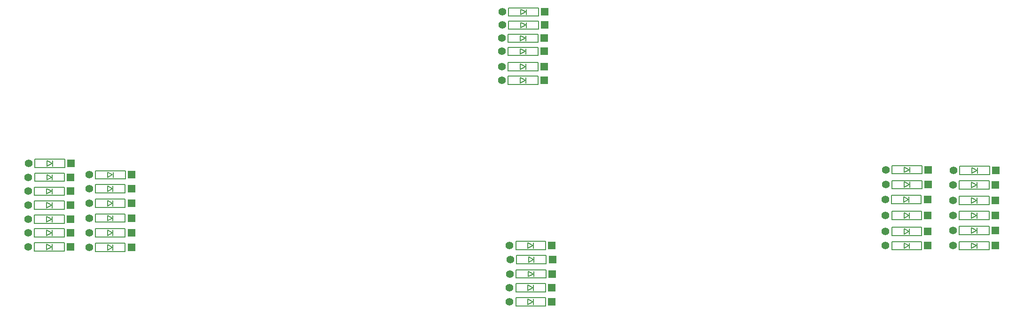
<source format=gbr>
G04 #@! TF.GenerationSoftware,KiCad,Pcbnew,7.0.1-0*
G04 #@! TF.CreationDate,2023-08-24T16:50:40+09:00*
G04 #@! TF.ProjectId,PCB_QAL,5043425f-5141-44c2-9e6b-696361645f70,rev?*
G04 #@! TF.SameCoordinates,Original*
G04 #@! TF.FileFunction,Legend,Top*
G04 #@! TF.FilePolarity,Positive*
%FSLAX46Y46*%
G04 Gerber Fmt 4.6, Leading zero omitted, Abs format (unit mm)*
G04 Created by KiCad (PCBNEW 7.0.1-0) date 2023-08-24 16:50:40*
%MOMM*%
%LPD*%
G01*
G04 APERTURE LIST*
%ADD10C,0.150000*%
%ADD11R,1.397000X1.397000*%
%ADD12C,1.397000*%
G04 APERTURE END LIST*
D10*
X-74183475Y55826266D02*
X-74183475Y57326266D01*
X-74183475Y57326266D02*
X-79583475Y57326266D01*
X-76383475Y56076266D02*
X-76383475Y57076266D01*
X-76483475Y56576266D02*
X-77383475Y56076266D01*
X-77383475Y56076266D02*
X-77383475Y57076266D01*
X-77383475Y57076266D02*
X-76483475Y56576266D01*
X-79583475Y55826266D02*
X-74183475Y55826266D01*
X-79583475Y57326266D02*
X-79583475Y55826266D01*
X-141953475Y44876266D02*
X-141953475Y46376266D01*
X-141953475Y46376266D02*
X-147353475Y46376266D01*
X-144153475Y45126266D02*
X-144153475Y46126266D01*
X-144253475Y45626266D02*
X-145153475Y45126266D01*
X-145153475Y45126266D02*
X-145153475Y46126266D01*
X-145153475Y46126266D02*
X-144253475Y45626266D01*
X-147353475Y44876266D02*
X-141953475Y44876266D01*
X-147353475Y46376266D02*
X-147353475Y44876266D01*
X-141953475Y37218766D02*
X-141953475Y38718766D01*
X-141953475Y38718766D02*
X-147353475Y38718766D01*
X-144153475Y37468766D02*
X-144153475Y38468766D01*
X-144253475Y37968766D02*
X-145153475Y37468766D01*
X-145153475Y37468766D02*
X-145153475Y38468766D01*
X-145153475Y38468766D02*
X-144253475Y37968766D01*
X-147353475Y37218766D02*
X-141953475Y37218766D01*
X-147353475Y38718766D02*
X-147353475Y37218766D01*
X-143348475Y74650266D02*
X-143348475Y76150266D01*
X-143348475Y76150266D02*
X-148748475Y76150266D01*
X-145548475Y74900266D02*
X-145548475Y75900266D01*
X-145648475Y75400266D02*
X-146548475Y74900266D01*
X-146548475Y74900266D02*
X-146548475Y75900266D01*
X-146548475Y75900266D02*
X-145648475Y75400266D01*
X-148748475Y74650266D02*
X-143348475Y74650266D01*
X-148748475Y76150266D02*
X-148748475Y74650266D01*
X-228673475Y44616266D02*
X-228673475Y46116266D01*
X-228673475Y46116266D02*
X-234073475Y46116266D01*
X-230873475Y44866266D02*
X-230873475Y45866266D01*
X-230973475Y45366266D02*
X-231873475Y44866266D01*
X-231873475Y44866266D02*
X-231873475Y45866266D01*
X-231873475Y45866266D02*
X-230973475Y45366266D01*
X-234073475Y44616266D02*
X-228673475Y44616266D01*
X-234073475Y46116266D02*
X-234073475Y44616266D01*
X-228673475Y49624266D02*
X-228673475Y51124266D01*
X-228673475Y51124266D02*
X-234073475Y51124266D01*
X-230873475Y49874266D02*
X-230873475Y50874266D01*
X-230973475Y50374266D02*
X-231873475Y49874266D01*
X-231873475Y49874266D02*
X-231873475Y50874266D01*
X-231873475Y50874266D02*
X-230973475Y50374266D01*
X-234073475Y49624266D02*
X-228673475Y49624266D01*
X-234073475Y51124266D02*
X-234073475Y49624266D01*
X-141853475Y42336266D02*
X-141853475Y43836266D01*
X-141853475Y43836266D02*
X-147253475Y43836266D01*
X-144053475Y42586266D02*
X-144053475Y43586266D01*
X-144153475Y43086266D02*
X-145053475Y42586266D01*
X-145053475Y42586266D02*
X-145053475Y43586266D01*
X-145053475Y43586266D02*
X-144153475Y43086266D01*
X-147253475Y42336266D02*
X-141853475Y42336266D01*
X-147253475Y43836266D02*
X-147253475Y42336266D01*
X-62068475Y55756266D02*
X-62068475Y57256266D01*
X-62068475Y57256266D02*
X-67468475Y57256266D01*
X-64268475Y56006266D02*
X-64268475Y57006266D01*
X-64368475Y56506266D02*
X-65268475Y56006266D01*
X-65268475Y56006266D02*
X-65268475Y57006266D01*
X-65268475Y57006266D02*
X-64368475Y56506266D01*
X-67468475Y55756266D02*
X-62068475Y55756266D01*
X-67468475Y57256266D02*
X-67468475Y55756266D01*
X-62063475Y53006266D02*
X-62063475Y54506266D01*
X-62063475Y54506266D02*
X-67463475Y54506266D01*
X-64263475Y53256266D02*
X-64263475Y54256266D01*
X-64363475Y53756266D02*
X-65263475Y53256266D01*
X-65263475Y53256266D02*
X-65263475Y54256266D01*
X-65263475Y54256266D02*
X-64363475Y53756266D01*
X-67463475Y53006266D02*
X-62063475Y53006266D01*
X-67463475Y54506266D02*
X-67463475Y53006266D01*
X-217713475Y44516266D02*
X-217713475Y46016266D01*
X-217713475Y46016266D02*
X-223113475Y46016266D01*
X-219913475Y44766266D02*
X-219913475Y45766266D01*
X-220013475Y45266266D02*
X-220913475Y44766266D01*
X-220913475Y44766266D02*
X-220913475Y45766266D01*
X-220913475Y45766266D02*
X-220013475Y45266266D01*
X-223113475Y44516266D02*
X-217713475Y44516266D01*
X-223113475Y46016266D02*
X-223113475Y44516266D01*
X-143323475Y79866266D02*
X-143323475Y81366266D01*
X-143323475Y81366266D02*
X-148723475Y81366266D01*
X-145523475Y80116266D02*
X-145523475Y81116266D01*
X-145623475Y80616266D02*
X-146523475Y80116266D01*
X-146523475Y80116266D02*
X-146523475Y81116266D01*
X-146523475Y81116266D02*
X-145623475Y80616266D01*
X-148723475Y79866266D02*
X-143323475Y79866266D01*
X-148723475Y81366266D02*
X-148723475Y79866266D01*
X-74213475Y47396266D02*
X-74213475Y48896266D01*
X-74213475Y48896266D02*
X-79613475Y48896266D01*
X-76413475Y47646266D02*
X-76413475Y48646266D01*
X-76513475Y48146266D02*
X-77413475Y47646266D01*
X-77413475Y47646266D02*
X-77413475Y48646266D01*
X-77413475Y48646266D02*
X-76513475Y48146266D01*
X-79613475Y47396266D02*
X-74213475Y47396266D01*
X-79613475Y48896266D02*
X-79613475Y47396266D01*
X-217708475Y57596266D02*
X-217708475Y59096266D01*
X-217708475Y59096266D02*
X-223108475Y59096266D01*
X-219908475Y57846266D02*
X-219908475Y58846266D01*
X-220008475Y58346266D02*
X-220908475Y57846266D01*
X-220908475Y57846266D02*
X-220908475Y58846266D01*
X-220908475Y58846266D02*
X-220008475Y58346266D01*
X-223108475Y57596266D02*
X-217708475Y57596266D01*
X-223108475Y59096266D02*
X-223108475Y57596266D01*
X-62063475Y44816266D02*
X-62063475Y46316266D01*
X-62063475Y46316266D02*
X-67463475Y46316266D01*
X-64263475Y45066266D02*
X-64263475Y46066266D01*
X-64363475Y45566266D02*
X-65263475Y45066266D01*
X-65263475Y45066266D02*
X-65263475Y46066266D01*
X-65263475Y46066266D02*
X-64363475Y45566266D01*
X-67463475Y44816266D02*
X-62063475Y44816266D01*
X-67463475Y46316266D02*
X-67463475Y44816266D01*
X-74213475Y44816266D02*
X-74213475Y46316266D01*
X-74213475Y46316266D02*
X-79613475Y46316266D01*
X-76413475Y45066266D02*
X-76413475Y46066266D01*
X-76513475Y45566266D02*
X-77413475Y45066266D01*
X-77413475Y45066266D02*
X-77413475Y46066266D01*
X-77413475Y46066266D02*
X-76513475Y45566266D01*
X-79613475Y44816266D02*
X-74213475Y44816266D01*
X-79613475Y46316266D02*
X-79613475Y44816266D01*
X-228643475Y57166266D02*
X-228643475Y58666266D01*
X-228643475Y58666266D02*
X-234043475Y58666266D01*
X-230843475Y57416266D02*
X-230843475Y58416266D01*
X-230943475Y57916266D02*
X-231843475Y57416266D01*
X-231843475Y57416266D02*
X-231843475Y58416266D01*
X-231843475Y58416266D02*
X-230943475Y57916266D01*
X-234043475Y57166266D02*
X-228643475Y57166266D01*
X-234043475Y58666266D02*
X-234043475Y57166266D01*
X-141893475Y39726266D02*
X-141893475Y41226266D01*
X-141893475Y41226266D02*
X-147293475Y41226266D01*
X-144093475Y39976266D02*
X-144093475Y40976266D01*
X-144193475Y40476266D02*
X-145093475Y39976266D01*
X-145093475Y39976266D02*
X-145093475Y40976266D01*
X-145093475Y40976266D02*
X-144193475Y40476266D01*
X-147293475Y39726266D02*
X-141893475Y39726266D01*
X-147293475Y41226266D02*
X-147293475Y39726266D01*
X-217713475Y55092266D02*
X-217713475Y56592266D01*
X-217713475Y56592266D02*
X-223113475Y56592266D01*
X-219913475Y55342266D02*
X-219913475Y56342266D01*
X-220013475Y55842266D02*
X-220913475Y55342266D01*
X-220913475Y55342266D02*
X-220913475Y56342266D01*
X-220913475Y56342266D02*
X-220013475Y55842266D01*
X-223113475Y55092266D02*
X-217713475Y55092266D01*
X-223113475Y56592266D02*
X-223113475Y55092266D01*
X-217713475Y47160266D02*
X-217713475Y48660266D01*
X-217713475Y48660266D02*
X-223113475Y48660266D01*
X-219913475Y47410266D02*
X-219913475Y48410266D01*
X-220013475Y47910266D02*
X-220913475Y47410266D01*
X-220913475Y47410266D02*
X-220913475Y48410266D01*
X-220913475Y48410266D02*
X-220013475Y47910266D01*
X-223113475Y47160266D02*
X-217713475Y47160266D01*
X-223113475Y48660266D02*
X-223113475Y47160266D01*
X-143263475Y86980266D02*
X-143263475Y88480266D01*
X-143263475Y88480266D02*
X-148663475Y88480266D01*
X-145463475Y87230266D02*
X-145463475Y88230266D01*
X-145563475Y87730266D02*
X-146463475Y87230266D01*
X-146463475Y87230266D02*
X-146463475Y88230266D01*
X-146463475Y88230266D02*
X-145563475Y87730266D01*
X-148663475Y86980266D02*
X-143263475Y86980266D01*
X-148663475Y88480266D02*
X-148663475Y86980266D01*
X-74138475Y58526266D02*
X-74138475Y60026266D01*
X-74138475Y60026266D02*
X-79538475Y60026266D01*
X-76338475Y58776266D02*
X-76338475Y59776266D01*
X-76438475Y59276266D02*
X-77338475Y58776266D01*
X-77338475Y58776266D02*
X-77338475Y59776266D01*
X-77338475Y59776266D02*
X-76438475Y59276266D01*
X-79538475Y58526266D02*
X-74138475Y58526266D01*
X-79538475Y60026266D02*
X-79538475Y58526266D01*
X-228673475Y54632266D02*
X-228673475Y56132266D01*
X-228673475Y56132266D02*
X-234073475Y56132266D01*
X-230873475Y54882266D02*
X-230873475Y55882266D01*
X-230973475Y55382266D02*
X-231873475Y54882266D01*
X-231873475Y54882266D02*
X-231873475Y55882266D01*
X-231873475Y55882266D02*
X-230973475Y55382266D01*
X-234073475Y54632266D02*
X-228673475Y54632266D01*
X-234073475Y56132266D02*
X-234073475Y54632266D01*
X-61988475Y58416266D02*
X-61988475Y59916266D01*
X-61988475Y59916266D02*
X-67388475Y59916266D01*
X-64188475Y58666266D02*
X-64188475Y59666266D01*
X-64288475Y59166266D02*
X-65188475Y58666266D01*
X-65188475Y58666266D02*
X-65188475Y59666266D01*
X-65188475Y59666266D02*
X-64288475Y59166266D01*
X-67388475Y58416266D02*
X-61988475Y58416266D01*
X-67388475Y59916266D02*
X-67388475Y58416266D01*
X-228673475Y52128266D02*
X-228673475Y53628266D01*
X-228673475Y53628266D02*
X-234073475Y53628266D01*
X-230873475Y52378266D02*
X-230873475Y53378266D01*
X-230973475Y52878266D02*
X-231873475Y52378266D01*
X-231873475Y52378266D02*
X-231873475Y53378266D01*
X-231873475Y53378266D02*
X-230973475Y52878266D01*
X-234073475Y52128266D02*
X-228673475Y52128266D01*
X-234073475Y53628266D02*
X-234073475Y52128266D01*
X-62063475Y47546266D02*
X-62063475Y49046266D01*
X-62063475Y49046266D02*
X-67463475Y49046266D01*
X-64263475Y47796266D02*
X-64263475Y48796266D01*
X-64363475Y48296266D02*
X-65263475Y47796266D01*
X-65263475Y47796266D02*
X-65263475Y48796266D01*
X-65263475Y48796266D02*
X-64363475Y48296266D01*
X-67463475Y47546266D02*
X-62063475Y47546266D01*
X-67463475Y49046266D02*
X-67463475Y47546266D01*
X-143253475Y84608933D02*
X-143253475Y86108933D01*
X-143253475Y86108933D02*
X-148653475Y86108933D01*
X-145453475Y84858933D02*
X-145453475Y85858933D01*
X-145553475Y85358933D02*
X-146453475Y84858933D01*
X-146453475Y84858933D02*
X-146453475Y85858933D01*
X-146453475Y85858933D02*
X-145553475Y85358933D01*
X-148653475Y84608933D02*
X-143253475Y84608933D01*
X-148653475Y86108933D02*
X-148653475Y84608933D01*
X-143348475Y77116266D02*
X-143348475Y78616266D01*
X-143348475Y78616266D02*
X-148748475Y78616266D01*
X-145548475Y77366266D02*
X-145548475Y78366266D01*
X-145648475Y77866266D02*
X-146548475Y77366266D01*
X-146548475Y77366266D02*
X-146548475Y78366266D01*
X-146548475Y78366266D02*
X-145648475Y77866266D01*
X-148748475Y77116266D02*
X-143348475Y77116266D01*
X-148748475Y78616266D02*
X-148748475Y77116266D01*
X-141953475Y34666266D02*
X-141953475Y36166266D01*
X-141953475Y36166266D02*
X-147353475Y36166266D01*
X-144153475Y34916266D02*
X-144153475Y35916266D01*
X-144253475Y35416266D02*
X-145153475Y34916266D01*
X-145153475Y34916266D02*
X-145153475Y35916266D01*
X-145153475Y35916266D02*
X-144253475Y35416266D01*
X-147353475Y34666266D02*
X-141953475Y34666266D01*
X-147353475Y36166266D02*
X-147353475Y34666266D01*
X-228583475Y59646266D02*
X-228583475Y61146266D01*
X-228583475Y61146266D02*
X-233983475Y61146266D01*
X-230783475Y59896266D02*
X-230783475Y60896266D01*
X-230883475Y60396266D02*
X-231783475Y59896266D01*
X-231783475Y59896266D02*
X-231783475Y60896266D01*
X-231783475Y60896266D02*
X-230883475Y60396266D01*
X-233983475Y59646266D02*
X-228583475Y59646266D01*
X-233983475Y61146266D02*
X-233983475Y59646266D01*
X-228673475Y47120266D02*
X-228673475Y48620266D01*
X-228673475Y48620266D02*
X-234073475Y48620266D01*
X-230873475Y47370266D02*
X-230873475Y48370266D01*
X-230973475Y47870266D02*
X-231873475Y47370266D01*
X-231873475Y47370266D02*
X-231873475Y48370266D01*
X-231873475Y48370266D02*
X-230973475Y47870266D01*
X-234073475Y47120266D02*
X-228673475Y47120266D01*
X-234073475Y48620266D02*
X-234073475Y47120266D01*
X-74218475Y50266266D02*
X-74218475Y51766266D01*
X-74218475Y51766266D02*
X-79618475Y51766266D01*
X-76418475Y50516266D02*
X-76418475Y51516266D01*
X-76518475Y51016266D02*
X-77418475Y50516266D01*
X-77418475Y50516266D02*
X-77418475Y51516266D01*
X-77418475Y51516266D02*
X-76518475Y51016266D01*
X-79618475Y50266266D02*
X-74218475Y50266266D01*
X-79618475Y51766266D02*
X-79618475Y50266266D01*
X-62063475Y50276266D02*
X-62063475Y51776266D01*
X-62063475Y51776266D02*
X-67463475Y51776266D01*
X-64263475Y50526266D02*
X-64263475Y51526266D01*
X-64363475Y51026266D02*
X-65263475Y50526266D01*
X-65263475Y50526266D02*
X-65263475Y51526266D01*
X-65263475Y51526266D02*
X-64363475Y51026266D01*
X-67463475Y50276266D02*
X-62063475Y50276266D01*
X-67463475Y51776266D02*
X-67463475Y50276266D01*
X-217713475Y49804266D02*
X-217713475Y51304266D01*
X-217713475Y51304266D02*
X-223113475Y51304266D01*
X-219913475Y50054266D02*
X-219913475Y51054266D01*
X-220013475Y50554266D02*
X-220913475Y50054266D01*
X-220913475Y50054266D02*
X-220913475Y51054266D01*
X-220913475Y51054266D02*
X-220013475Y50554266D01*
X-223113475Y49804266D02*
X-217713475Y49804266D01*
X-223113475Y51304266D02*
X-223113475Y49804266D01*
X-74288475Y53156266D02*
X-74288475Y54656266D01*
X-74288475Y54656266D02*
X-79688475Y54656266D01*
X-76488475Y53406266D02*
X-76488475Y54406266D01*
X-76588475Y53906266D02*
X-77488475Y53406266D01*
X-77488475Y53406266D02*
X-77488475Y54406266D01*
X-77488475Y54406266D02*
X-76588475Y53906266D01*
X-79688475Y53156266D02*
X-74288475Y53156266D01*
X-79688475Y54656266D02*
X-79688475Y53156266D01*
X-143323475Y82237600D02*
X-143323475Y83737600D01*
X-143323475Y83737600D02*
X-148723475Y83737600D01*
X-145523475Y82487600D02*
X-145523475Y83487600D01*
X-145623475Y82987600D02*
X-146523475Y82487600D01*
X-146523475Y82487600D02*
X-146523475Y83487600D01*
X-146523475Y83487600D02*
X-145623475Y82987600D01*
X-148723475Y82237600D02*
X-143323475Y82237600D01*
X-148723475Y83737600D02*
X-148723475Y82237600D01*
X-217713475Y52448266D02*
X-217713475Y53948266D01*
X-217713475Y53948266D02*
X-223113475Y53948266D01*
X-219913475Y52698266D02*
X-219913475Y53698266D01*
X-220013475Y53198266D02*
X-220913475Y52698266D01*
X-220913475Y52698266D02*
X-220913475Y53698266D01*
X-220913475Y53698266D02*
X-220013475Y53198266D01*
X-223113475Y52448266D02*
X-217713475Y52448266D01*
X-223113475Y53948266D02*
X-223113475Y52448266D01*
D11*
X-73073475Y56576266D03*
D12*
X-80693475Y56576266D03*
D11*
X-140843475Y45626266D03*
D12*
X-148463475Y45626266D03*
D11*
X-140843475Y37968766D03*
D12*
X-148463475Y37968766D03*
D11*
X-142238475Y75400266D03*
D12*
X-149858475Y75400266D03*
D11*
X-227563475Y45366266D03*
D12*
X-235183475Y45366266D03*
D11*
X-227563475Y50374266D03*
D12*
X-235183475Y50374266D03*
D11*
X-140743475Y43086266D03*
D12*
X-148363475Y43086266D03*
D11*
X-60958475Y56506266D03*
D12*
X-68578475Y56506266D03*
D11*
X-60953475Y53756266D03*
D12*
X-68573475Y53756266D03*
D11*
X-216603475Y45266266D03*
D12*
X-224223475Y45266266D03*
D11*
X-142213475Y80616266D03*
D12*
X-149833475Y80616266D03*
D11*
X-73103475Y48146266D03*
D12*
X-80723475Y48146266D03*
D11*
X-216598475Y58346266D03*
D12*
X-224218475Y58346266D03*
D11*
X-60953475Y45566266D03*
D12*
X-68573475Y45566266D03*
D11*
X-73103475Y45566266D03*
D12*
X-80723475Y45566266D03*
D11*
X-227533475Y57916266D03*
D12*
X-235153475Y57916266D03*
D11*
X-140783475Y40476266D03*
D12*
X-148403475Y40476266D03*
D11*
X-216603475Y55842266D03*
D12*
X-224223475Y55842266D03*
D11*
X-216603475Y47910266D03*
D12*
X-224223475Y47910266D03*
D11*
X-142153475Y87730266D03*
D12*
X-149773475Y87730266D03*
D11*
X-73028475Y59276266D03*
D12*
X-80648475Y59276266D03*
D11*
X-227563475Y55382266D03*
D12*
X-235183475Y55382266D03*
D11*
X-60878475Y59166266D03*
D12*
X-68498475Y59166266D03*
D11*
X-227563475Y52878266D03*
D12*
X-235183475Y52878266D03*
D11*
X-60953475Y48296266D03*
D12*
X-68573475Y48296266D03*
D11*
X-142143475Y85358933D03*
D12*
X-149763475Y85358933D03*
D11*
X-142238475Y77866266D03*
D12*
X-149858475Y77866266D03*
D11*
X-140843475Y35416266D03*
D12*
X-148463475Y35416266D03*
D11*
X-227473475Y60396266D03*
D12*
X-235093475Y60396266D03*
D11*
X-227563475Y47870266D03*
D12*
X-235183475Y47870266D03*
D11*
X-73108475Y51016266D03*
D12*
X-80728475Y51016266D03*
D11*
X-60953475Y51026266D03*
D12*
X-68573475Y51026266D03*
D11*
X-216603475Y50554266D03*
D12*
X-224223475Y50554266D03*
D11*
X-73178475Y53906266D03*
D12*
X-80798475Y53906266D03*
D11*
X-142213475Y82987600D03*
D12*
X-149833475Y82987600D03*
D11*
X-216603475Y53198266D03*
D12*
X-224223475Y53198266D03*
M02*

</source>
